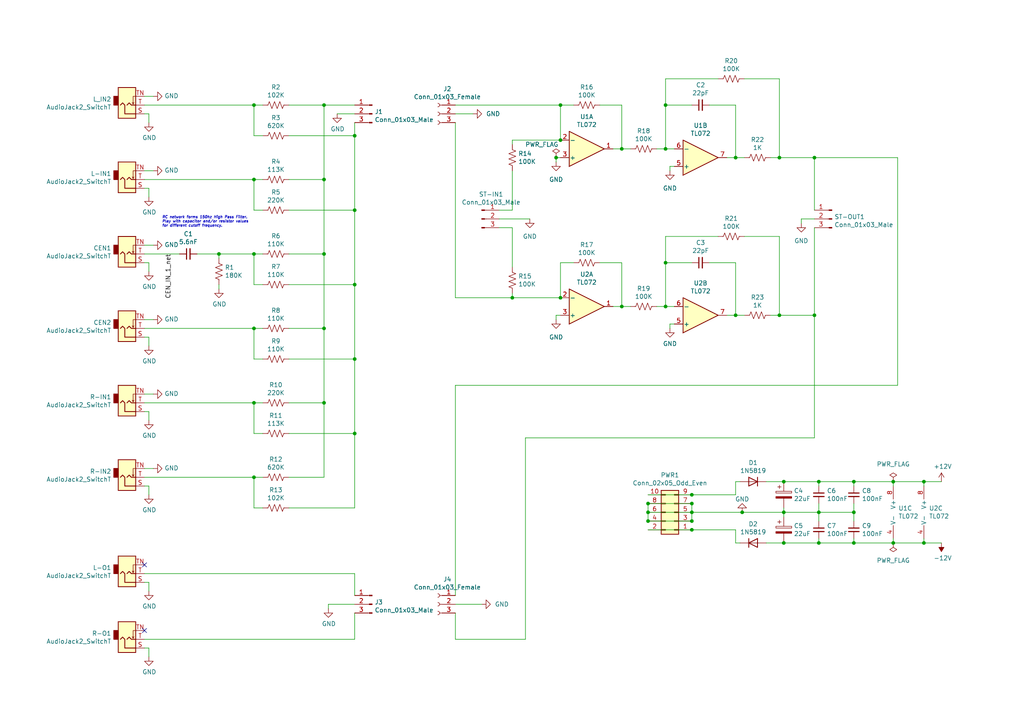
<source format=kicad_sch>
(kicad_sch (version 20231120) (generator "eeschema") (generator_version "8.0")
  (paper "A4")
  (title_block (title "${product}") (date "2024-10-23") (rev "${revision}") (company "${company}") (comment 1 "(derived from mixor image, inspired by nearness mixer)") (comment 2 "CONSTANT POWER PANNING (-35, -15, 0, 15, 35)"))
  (lib_symbols
    (symbol "Amplifier_Operational:TL072" (pin_names (offset 0.127))
      (property "Reference" "U" (at 0 5.08 0))
      (property "Value" "TL072" (at 0 -5.08 0))
      (symbol "TL072_1_1"
        (polyline (pts (xy -5.08 5.08) (xy 5.08 0) (xy -5.08 -5.08) (xy -5.08 5.08)) (stroke (width 0.254)) (fill (type background)))
        (pin output line (at 7.62 0 180) (length 2.54) (name "~") (number "1"))
        (pin input line (at -7.62 -2.54 0) (length 2.54) (name "-") (number "2"))
        (pin input line (at -7.62 2.54 0) (length 2.54) (name "+") (number "3"))
      )
      (symbol "TL072_2_1"
        (polyline (pts (xy -5.08 5.08) (xy 5.08 0) (xy -5.08 -5.08) (xy -5.08 5.08)) (stroke (width 0.254)) (fill (type background)))
        (pin input line (at -7.62 2.54 0) (length 2.54) (name "+") (number "5"))
        (pin input line (at -7.62 -2.54 0) (length 2.54) (name "-") (number "6"))
        (pin output line (at 7.62 0 180) (length 2.54) (name "~") (number "7"))
      )
      (symbol "TL072_3_1"
        (pin power_in line (at -2.54 -7.62 90) (length 3.81) (name "V-") (number "4"))
        (pin power_in line (at -2.54 7.62 270) (length 3.81) (name "V+") (number "8"))
      )
    )
    (symbol "Connector:Conn_01x03_Pin" (pin_names (offset 1.016) hide)
      (property "Reference" "J" (at 0 5.08 0))
      (property "Value" "Conn_01x03_Pin" (at 0 -5.08 0))
      (symbol "Conn_01x03_Pin_1_1"
        (polyline (pts (xy 1.27 -2.54) (xy 0.8636 -2.54)) (stroke (width 0.1524)))
        (polyline (pts (xy 1.27 0) (xy 0.8636 0)) (stroke (width 0.1524)))
        (polyline (pts (xy 1.27 2.54) (xy 0.8636 2.54)) (stroke (width 0.1524)))
        (rectangle (start 0.8636 -2.413) (end 0 -2.667) (stroke (width 0.1524)) (fill (type outline)))
        (rectangle (start 0.8636 0.127) (end 0 -0.127) (stroke (width 0.1524)) (fill (type outline)))
        (rectangle (start 0.8636 2.667) (end 0 2.413) (stroke (width 0.1524)) (fill (type outline)))
        (pin passive line (at 5.08 2.54 180) (length 3.81) (name "Pin_1") (number "1"))
        (pin passive line (at 5.08 0 180) (length 3.81) (name "Pin_2") (number "2"))
        (pin passive line (at 5.08 -2.54 180) (length 3.81) (name "Pin_3") (number "3"))
      )
    )
    (symbol "Connector:Conn_01x03_Socket" (pin_names (offset 1.016) hide)
      (property "Reference" "J" (at 0 5.08 0))
      (property "Value" "Conn_01x03_Socket" (at 0 -5.08 0))
      (symbol "Conn_01x03_Socket_1_1"
        (arc (start 0 -2.032) (mid -0.5058 -2.54) (end 0 -3.048) (stroke (width 0.1524)))
        (polyline (pts (xy -1.27 -2.54) (xy -0.508 -2.54)) (stroke (width 0.1524)))
        (polyline (pts (xy -1.27 0) (xy -0.508 0)) (stroke (width 0.1524)))
        (polyline (pts (xy -1.27 2.54) (xy -0.508 2.54)) (stroke (width 0.1524)))
        (arc (start 0 0.508) (mid -0.5058 0) (end 0 -0.508) (stroke (width 0.1524)))
        (arc (start 0 3.048) (mid -0.5058 2.54) (end 0 2.032) (stroke (width 0.1524)))
        (pin passive line (at -5.08 2.54 0) (length 3.81) (name "Pin_1") (number "1"))
        (pin passive line (at -5.08 0 0) (length 3.81) (name "Pin_2") (number "2"))
        (pin passive line (at -5.08 -2.54 0) (length 3.81) (name "Pin_3") (number "3"))
      )
    )
    (symbol "Connector_Audio:AudioJack2_SwitchT"
      (property "Reference" "J" (at 0 8.89 0))
      (property "Value" "AudioJack2_SwitchT" (at 0 6.35 0))
      (symbol "AudioJack2_SwitchT_0_1"
        (rectangle (start -2.54 0) (end -3.81 -2.54) (stroke (width 0.254)) (fill (type outline)))
        (polyline (pts (xy 1.778 -0.254) (xy 2.032 -0.762)))
        (polyline (pts (xy 0 0) (xy 0.635 -0.635) (xy 1.27 0) (xy 2.54 0)) (stroke (width 0.254)))
        (polyline (pts (xy 2.54 -2.54) (xy 1.778 -2.54) (xy 1.778 -0.254) (xy 1.524 -0.762)))
        (polyline (pts (xy 2.54 2.54) (xy -0.635 2.54) (xy -0.635 0) (xy -1.27 -0.635) (xy -1.905 0)) (stroke (width 0.254)))
        (rectangle (start 2.54 3.81) (end -2.54 -5.08) (stroke (width 0.254)) (fill (type background)))
      )
      (symbol "AudioJack2_SwitchT_1_1"
        (pin passive line (at 5.08 2.54 180) (length 2.54) (name "~") (number "S"))
        (pin passive line (at 5.08 0 180) (length 2.54) (name "~") (number "T"))
        (pin passive line (at 5.08 -2.54 180) (length 2.54) (name "~") (number "TN"))
      )
    )
    (symbol "Connector_Generic:Conn_02x05_Odd_Even" (pin_names (offset 1.016) hide)
      (property "Reference" "J" (at 1.27 7.62 0))
      (property "Value" "Conn_02x05_Odd_Even" (at 1.27 -7.62 0))
      (symbol "Conn_02x05_Odd_Even_1_1"
        (rectangle (start -1.27 -4.953) (end 0 -5.207) (stroke (width 0.1524)))
        (rectangle (start -1.27 -2.413) (end 0 -2.667) (stroke (width 0.1524)))
        (rectangle (start -1.27 0.127) (end 0 -0.127) (stroke (width 0.1524)))
        (rectangle (start -1.27 2.667) (end 0 2.413) (stroke (width 0.1524)))
        (rectangle (start -1.27 5.207) (end 0 4.953) (stroke (width 0.1524)))
        (rectangle (start -1.27 6.35) (end 3.81 -6.35) (stroke (width 0.254)) (fill (type background)))
        (rectangle (start 3.81 -4.953) (end 2.54 -5.207) (stroke (width 0.1524)))
        (rectangle (start 3.81 -2.413) (end 2.54 -2.667) (stroke (width 0.1524)))
        (rectangle (start 3.81 0.127) (end 2.54 -0.127) (stroke (width 0.1524)))
        (rectangle (start 3.81 2.667) (end 2.54 2.413) (stroke (width 0.1524)))
        (rectangle (start 3.81 5.207) (end 2.54 4.953) (stroke (width 0.1524)))
        (pin passive line (at -5.08 5.08 0) (length 3.81) (name "Pin_1") (number "1"))
        (pin passive line (at 7.62 -5.08 180) (length 3.81) (name "Pin_10") (number "10"))
        (pin passive line (at 7.62 5.08 180) (length 3.81) (name "Pin_2") (number "2"))
        (pin passive line (at -5.08 2.54 0) (length 3.81) (name "Pin_3") (number "3"))
        (pin passive line (at 7.62 2.54 180) (length 3.81) (name "Pin_4") (number "4"))
        (pin passive line (at -5.08 0 0) (length 3.81) (name "Pin_5") (number "5"))
        (pin passive line (at 7.62 0 180) (length 3.81) (name "Pin_6") (number "6"))
        (pin passive line (at -5.08 -2.54 0) (length 3.81) (name "Pin_7") (number "7"))
        (pin passive line (at 7.62 -2.54 180) (length 3.81) (name "Pin_8") (number "8"))
        (pin passive line (at -5.08 -5.08 0) (length 3.81) (name "Pin_9") (number "9"))
      )
    )
    (symbol "Device:C_Polarized" (pin_numbers hide) (pin_names (offset 0.254))
      (property "Reference" "C" (at 0.635 2.54 0))
      (property "Value" "C_Polarized" (at 0.635 -2.54 0))
      (symbol "C_Polarized_0_1"
        (rectangle (start -2.286 0.508) (end 2.286 1.016))
        (polyline (pts (xy -1.778 2.286) (xy -0.762 2.286)))
        (polyline (pts (xy -1.27 2.794) (xy -1.27 1.778)))
        (rectangle (start 2.286 -0.508) (end -2.286 -1.016) (fill (type outline)))
      )
      (symbol "C_Polarized_1_1"
        (pin passive line (at 0 3.81 270) (length 2.794) (name "~") (number "1"))
        (pin passive line (at 0 -3.81 90) (length 2.794) (name "~") (number "2"))
      )
    )
    (symbol "Device:C_Small" (pin_numbers hide) (pin_names (offset 0.254) hide)
      (property "Reference" "C" (at 0.254 1.778 0))
      (property "Value" "C_Small" (at 0.254 -2.032 0))
      (symbol "C_Small_0_1"
        (polyline (pts (xy -1.524 -0.508) (xy 1.524 -0.508)) (stroke (width 0.3302)))
        (polyline (pts (xy -1.524 0.508) (xy 1.524 0.508)) (stroke (width 0.3048)))
      )
      (symbol "C_Small_1_1"
        (pin passive line (at 0 2.54 270) (length 2.032) (name "~") (number "1"))
        (pin passive line (at 0 -2.54 90) (length 2.032) (name "~") (number "2"))
      )
    )
    (symbol "Device:D" (pin_numbers hide) (pin_names (offset 1.016) hide)
      (property "Reference" "D" (at 0 2.54 0))
      (property "Value" "D" (at 0 -2.54 0))
      (symbol "D_0_1"
        (polyline (pts (xy -1.27 1.27) (xy -1.27 -1.27)) (stroke (width 0.254)))
        (polyline (pts (xy 1.27 0) (xy -1.27 0)))
        (polyline (pts (xy 1.27 1.27) (xy 1.27 -1.27) (xy -1.27 0) (xy 1.27 1.27)) (stroke (width 0.254)))
      )
      (symbol "D_1_1"
        (pin passive line (at -3.81 0 0) (length 2.54) (name "K") (number "1"))
        (pin passive line (at 3.81 0 180) (length 2.54) (name "A") (number "2"))
      )
    )
    (symbol "Device:R_US" (pin_numbers hide) (pin_names (offset 0))
      (property "Reference" "R" (at 2.54 0 90))
      (property "Value" "R_US" (at -2.54 0 90))
      (symbol "R_US_0_1"
        (polyline (pts (xy 0 -2.286) (xy 0 -2.54)))
        (polyline (pts (xy 0 2.286) (xy 0 2.54)))
        (polyline (pts (xy 0 -0.762) (xy 1.016 -1.143) (xy 0 -1.524) (xy -1.016 -1.905) (xy 0 -2.286)))
        (polyline (pts (xy 0 0.762) (xy 1.016 0.381) (xy 0 0) (xy -1.016 -0.381) (xy 0 -0.762)))
        (polyline (pts (xy 0 2.286) (xy 1.016 1.905) (xy 0 1.524) (xy -1.016 1.143) (xy 0 0.762)))
      )
      (symbol "R_US_1_1"
        (pin passive line (at 0 3.81 270) (length 1.27) (name "~") (number "1"))
        (pin passive line (at 0 -3.81 90) (length 1.27) (name "~") (number "2"))
      )
    )
    (symbol "PCM_4ms_Power-symbol:PWR_FLAG" (power) (pin_numbers hide) (pin_names (offset 0) hide)
      (property "Value" "PWR_FLAG" (at 0 3.81 0))
      (symbol "PWR_FLAG_0_0"
        (pin power_out line (at 0 0 90) (length 0) (name "pwr") (number "1"))
      )
      (symbol "PWR_FLAG_0_1"
        (polyline (pts (xy 0 0) (xy 0 1.27) (xy -1.016 1.905) (xy 0 2.54) (xy 1.016 1.905) (xy 0 1.27)))
      )
    )
    (symbol "power:+12V" (power) (pin_names (offset 0))
      (property "Value" "+12V" (at 0 3.556 0))
      (symbol "+12V_0_1"
        (polyline (pts (xy -0.762 1.27) (xy 0 2.54)))
        (polyline (pts (xy 0 0) (xy 0 2.54)))
        (polyline (pts (xy 0 2.54) (xy 0.762 1.27)))
      )
      (symbol "+12V_1_1"
        (pin power_in line (at 0 0 90) (length 0) hide (name "+12V") (number "1"))
      )
    )
    (symbol "power:-12V" (power) (pin_names (offset 0))
      (property "Value" "-12V" (at 0 3.81 0))
      (symbol "-12V_0_0"
        (pin power_in line (at 0 0 90) (length 0) hide (name "-12V") (number "1"))
      )
      (symbol "-12V_0_1"
        (polyline (pts (xy 0 0) (xy 0 1.27) (xy 0.762 1.27) (xy 0 2.54) (xy -0.762 1.27) (xy 0 1.27)) (fill (type outline)))
      )
    )
    (symbol "power:GND" (power) (pin_names (offset 0))
      (property "Value" "GND" (at 0 -3.81 0))
      (symbol "GND_0_1"
        (polyline (pts (xy 0 0) (xy 0 -1.27) (xy 1.27 -1.27) (xy 0 -2.54) (xy -1.27 -1.27) (xy 0 -1.27)))
      )
      (symbol "GND_1_1"
        (pin power_in line (at 0 0 270) (length 0) hide (name "GND") (number "1"))
      )
    )
    (symbol "power:GND2" (power) (pin_names (offset 0))
      (property "Value" "GND2" (at 0 -3.81 0))
      (symbol "GND2_0_1"
        (polyline (pts (xy 0 0) (xy 0 -1.27) (xy 1.27 -1.27) (xy 0 -2.54) (xy -1.27 -1.27) (xy 0 -1.27)))
      )
      (symbol "GND2_1_1"
        (pin power_in line (at 0 0 270) (length 0) hide (name "GND2") (number "1"))
      )
    )
  )
  (junction (at 213.36 45.72))
  (junction (at 162.56 30.48))
  (junction (at 193.04 30.48))
  (junction (at 102.87 60.96))
  (junction (at 227.33 148.59))
  (junction (at 93.98 52.07))
  (junction (at 215.265 148.59))
  (junction (at 102.87 39.37))
  (junction (at 162.56 40.64))
  (junction (at 259.08 157.48))
  (junction (at 237.49 139.7))
  (junction (at 180.34 43.18))
  (junction (at 200.66 148.59))
  (junction (at 259.08 139.7))
  (junction (at 193.04 88.9))
  (junction (at 73.66 116.84))
  (junction (at 63.5 73.66))
  (junction (at 227.33 157.48))
  (junction (at 247.65 139.7))
  (junction (at 247.65 157.48))
  (junction (at 162.56 86.36))
  (junction (at 73.66 138.43))
  (junction (at 187.96 151.13))
  (junction (at 226.06 91.44))
  (junction (at 236.22 91.44))
  (junction (at 193.04 76.2))
  (junction (at 200.66 146.05))
  (junction (at 200.66 143.51))
  (junction (at 73.66 73.66))
  (junction (at 180.34 88.9))
  (junction (at 102.87 104.14))
  (junction (at 200.66 151.13))
  (junction (at 73.66 52.07))
  (junction (at 193.04 43.18))
  (junction (at 187.96 146.05))
  (junction (at 267.97 157.48))
  (junction (at 237.49 157.48))
  (junction (at 102.87 82.55))
  (junction (at 102.87 125.73))
  (junction (at 267.97 139.7))
  (junction (at 227.33 139.7))
  (junction (at 187.96 148.59))
  (junction (at 73.66 95.25))
  (junction (at 148.59 86.36))
  (junction (at 236.22 45.72))
  (junction (at 93.98 95.25))
  (junction (at 161.29 45.72))
  (junction (at 237.49 148.59))
  (junction (at 93.98 116.84))
  (junction (at 93.98 73.66))
  (junction (at 247.65 148.59))
  (junction (at 200.66 153.67))
  (junction (at 226.06 45.72))
  (junction (at 93.98 30.48))
  (junction (at 213.36 91.44))
  (junction (at 73.66 30.48))
  (no_connect (at 41.91 182.88))
  (no_connect (at 41.91 163.83))
  (wire (pts (xy 83.82 125.73) (xy 102.87 125.73)))
  (wire (pts (xy 41.91 185.42) (xy 102.87 185.42)))
  (wire (pts (xy 57.15 73.66) (xy 63.5 73.66)))
  (wire (pts (xy 132.08 111.76) (xy 260.35 111.76)))
  (wire (pts (xy 83.82 82.55) (xy 102.87 82.55)))
  (wire (pts (xy 144.78 66.04) (xy 148.59 66.04)))
  (wire (pts (xy 180.34 30.48) (xy 180.34 43.18)))
  (wire (pts (xy 193.04 88.9) (xy 195.58 88.9)))
  (wire (pts (xy 226.06 22.86) (xy 215.9 22.86)))
  (wire (pts (xy 76.2 39.37) (xy 73.66 39.37)))
  (wire (pts (xy 162.56 30.48) (xy 162.56 40.64)))
  (wire (pts (xy 187.96 146.05) (xy 200.66 146.05)))
  (wire (pts (xy 223.52 45.72) (xy 226.06 45.72)))
  (wire (pts (xy 73.66 60.96) (xy 73.66 52.07)))
  (wire (pts (xy 73.66 82.55) (xy 73.66 73.66)))
  (wire (pts (xy 200.66 148.59) (xy 215.265 148.59)))
  (wire (pts (xy 102.87 147.32) (xy 102.87 125.73)))
  (wire (pts (xy 214.63 157.48) (xy 213.36 157.48)))
  (wire (pts (xy 215.9 45.72) (xy 213.36 45.72)))
  (wire (pts (xy 41.91 33.02) (xy 43.18 33.02)))
  (wire (pts (xy 83.82 73.66) (xy 93.98 73.66)))
  (wire (pts (xy 227.33 148.59) (xy 227.33 147.32)))
  (wire (pts (xy 83.82 116.84) (xy 93.98 116.84)))
  (wire (pts (xy 237.49 156.21) (xy 237.49 157.48)))
  (wire (pts (xy 237.49 146.05) (xy 237.49 148.59)))
  (wire (pts (xy 83.82 95.25) (xy 93.98 95.25)))
  (wire (pts (xy 102.87 104.14) (xy 102.87 82.55)))
  (wire (pts (xy 210.82 91.44) (xy 213.36 91.44)))
  (wire (pts (xy 43.18 119.38) (xy 43.18 121.92)))
  (wire (pts (xy 102.87 60.96) (xy 102.87 39.37)))
  (wire (pts (xy 236.22 91.44) (xy 236.22 127)))
  (wire (pts (xy 173.99 76.2) (xy 180.34 76.2)))
  (wire (pts (xy 226.06 45.72) (xy 226.06 22.86)))
  (wire (pts (xy 43.18 54.61) (xy 43.18 57.15)))
  (wire (pts (xy 148.59 60.96) (xy 144.78 60.96)))
  (wire (pts (xy 43.18 33.02) (xy 43.18 35.56)))
  (wire (pts (xy 213.36 30.48) (xy 205.74 30.48)))
  (wire (pts (xy 173.99 30.48) (xy 180.34 30.48)))
  (wire (pts (xy 43.18 97.79) (xy 43.18 100.33)))
  (wire (pts (xy 247.65 148.59) (xy 247.65 151.13)))
  (wire (pts (xy 194.31 49.53) (xy 194.31 48.26)))
  (wire (pts (xy 194.31 95.25) (xy 194.31 93.98)))
  (wire (pts (xy 132.08 172.72) (xy 132.08 111.76)))
  (wire (pts (xy 102.87 166.37) (xy 102.87 172.72)))
  (wire (pts (xy 132.08 35.56) (xy 132.08 86.36)))
  (wire (pts (xy 193.04 76.2) (xy 193.04 88.9)))
  (wire (pts (xy 210.82 45.72) (xy 213.36 45.72)))
  (wire (pts (xy 41.91 138.43) (xy 73.66 138.43)))
  (wire (pts (xy 222.25 139.7) (xy 227.33 139.7)))
  (wire (pts (xy 73.66 116.84) (xy 76.2 116.84)))
  (wire (pts (xy 237.49 157.48) (xy 247.65 157.48)))
  (wire (pts (xy 148.59 86.36) (xy 148.59 85.09)))
  (wire (pts (xy 247.65 139.7) (xy 259.08 139.7)))
  (wire (pts (xy 267.97 157.48) (xy 267.97 156.21)))
  (wire (pts (xy 259.08 157.48) (xy 267.97 157.48)))
  (wire (pts (xy 208.28 68.58) (xy 193.04 68.58)))
  (wire (pts (xy 73.66 147.32) (xy 73.66 138.43)))
  (wire (pts (xy 152.4 127) (xy 152.4 185.42)))
  (wire (pts (xy 162.56 45.72) (xy 161.29 45.72)))
  (wire (pts (xy 161.29 45.72) (xy 161.29 46.99)))
  (wire (pts (xy 41.91 116.84) (xy 73.66 116.84)))
  (wire (pts (xy 148.59 41.91) (xy 148.59 40.64)))
  (wire (pts (xy 187.96 146.05) (xy 187.96 148.59)))
  (wire (pts (xy 213.36 45.72) (xy 213.36 30.48)))
  (wire (pts (xy 162.56 91.44) (xy 161.29 91.44)))
  (wire (pts (xy 73.66 52.07) (xy 76.2 52.07)))
  (wire (pts (xy 193.04 68.58) (xy 193.04 76.2)))
  (wire (pts (xy 213.36 91.44) (xy 213.36 76.2)))
  (wire (pts (xy 43.18 187.96) (xy 43.18 190.5)))
  (wire (pts (xy 247.65 156.21) (xy 247.65 157.48)))
  (wire (pts (xy 213.36 153.67) (xy 200.66 153.67)))
  (wire (pts (xy 226.06 91.44) (xy 223.52 91.44)))
  (wire (pts (xy 180.34 76.2) (xy 180.34 88.9)))
  (wire (pts (xy 193.04 43.18) (xy 195.58 43.18)))
  (wire (pts (xy 166.37 30.48) (xy 162.56 30.48)))
  (wire (pts (xy 236.22 66.04) (xy 236.22 91.44)))
  (wire (pts (xy 213.36 139.7) (xy 213.36 143.51)))
  (wire (pts (xy 227.33 157.48) (xy 237.49 157.48)))
  (wire (pts (xy 41.91 187.96) (xy 43.18 187.96)))
  (wire (pts (xy 76.2 82.55) (xy 73.66 82.55)))
  (wire (pts (xy 259.08 156.21) (xy 259.08 157.48)))
  (wire (pts (xy 187.96 148.59) (xy 200.66 148.59)))
  (wire (pts (xy 193.04 30.48) (xy 193.04 43.18)))
  (wire (pts (xy 76.2 104.14) (xy 73.66 104.14)))
  (wire (pts (xy 83.82 30.48) (xy 93.98 30.48)))
  (wire (pts (xy 215.265 148.59) (xy 227.33 148.59)))
  (wire (pts (xy 41.91 140.97) (xy 43.18 140.97)))
  (wire (pts (xy 44.45 92.71) (xy 41.91 92.71)))
  (wire (pts (xy 41.91 54.61) (xy 43.18 54.61)))
  (wire (pts (xy 148.59 49.53) (xy 148.59 60.96)))
  (wire (pts (xy 132.08 86.36) (xy 148.59 86.36)))
  (wire (pts (xy 93.98 116.84) (xy 93.98 95.25)))
  (wire (pts (xy 44.45 27.94) (xy 41.91 27.94)))
  (wire (pts (xy 236.22 45.72) (xy 226.06 45.72)))
  (wire (pts (xy 63.5 82.55) (xy 63.5 83.82)))
  (wire (pts (xy 83.82 104.14) (xy 102.87 104.14)))
  (wire (pts (xy 76.2 147.32) (xy 73.66 147.32)))
  (wire (pts (xy 73.66 30.48) (xy 76.2 30.48)))
  (wire (pts (xy 132.08 185.42) (xy 132.08 177.8)))
  (wire (pts (xy 273.05 139.7) (xy 267.97 139.7)))
  (wire (pts (xy 236.22 63.5) (xy 232.41 63.5)))
  (wire (pts (xy 187.96 151.13) (xy 187.96 148.59)))
  (wire (pts (xy 152.4 185.42) (xy 132.08 185.42)))
  (wire (pts (xy 41.91 52.07) (xy 73.66 52.07)))
  (wire (pts (xy 267.97 139.7) (xy 267.97 140.97)))
  (wire (pts (xy 236.22 127) (xy 152.4 127)))
  (wire (pts (xy 93.98 73.66) (xy 93.98 52.07)))
  (wire (pts (xy 260.35 111.76) (xy 260.35 45.72)))
  (wire (pts (xy 73.66 104.14) (xy 73.66 95.25)))
  (wire (pts (xy 43.18 140.97) (xy 43.18 143.51)))
  (wire (pts (xy 95.25 175.26) (xy 95.25 176.53)))
  (wire (pts (xy 41.91 76.2) (xy 43.18 76.2)))
  (wire (pts (xy 41.91 97.79) (xy 43.18 97.79)))
  (wire (pts (xy 41.91 168.91) (xy 43.18 168.91)))
  (wire (pts (xy 259.08 140.97) (xy 259.08 139.7)))
  (wire (pts (xy 200.66 151.13) (xy 200.66 148.59)))
  (wire (pts (xy 132.08 33.02) (xy 137.16 33.02)))
  (wire (pts (xy 93.98 95.25) (xy 93.98 73.66)))
  (wire (pts (xy 43.18 168.91) (xy 43.18 171.45)))
  (wire (pts (xy 200.66 146.05) (xy 200.66 148.59)))
  (wire (pts (xy 236.22 91.44) (xy 226.06 91.44)))
  (wire (pts (xy 273.05 157.48) (xy 267.97 157.48)))
  (wire (pts (xy 148.59 66.04) (xy 148.59 77.47)))
  (wire (pts (xy 187.96 151.13) (xy 200.66 151.13)))
  (wire (pts (xy 102.87 33.02) (xy 97.79 33.02)))
  (wire (pts (xy 41.91 119.38) (xy 43.18 119.38)))
  (wire (pts (xy 41.91 30.48) (xy 73.66 30.48)))
  (wire (pts (xy 194.31 93.98) (xy 195.58 93.98)))
  (wire (pts (xy 162.56 86.36) (xy 148.59 86.36)))
  (wire (pts (xy 162.56 76.2) (xy 162.56 86.36)))
  (wire (pts (xy 83.82 60.96) (xy 102.87 60.96)))
  (wire (pts (xy 236.22 60.96) (xy 236.22 45.72)))
  (wire (pts (xy 166.37 76.2) (xy 162.56 76.2)))
  (wire (pts (xy 227.33 149.86) (xy 227.33 148.59)))
  (wire (pts (xy 161.29 91.44) (xy 161.29 92.71)))
  (wire (pts (xy 73.66 125.73) (xy 73.66 116.84)))
  (wire (pts (xy 187.96 143.51) (xy 200.66 143.51)))
  (wire (pts (xy 208.28 22.86) (xy 193.04 22.86)))
  (wire (pts (xy 227.33 148.59) (xy 237.49 148.59)))
  (wire (pts (xy 190.5 88.9) (xy 193.04 88.9)))
  (wire (pts (xy 139.7 175.26) (xy 132.08 175.26)))
  (wire (pts (xy 237.49 139.7) (xy 247.65 139.7)))
  (wire (pts (xy 144.78 63.5) (xy 153.67 63.5)))
  (wire (pts (xy 213.36 157.48) (xy 213.36 153.67)))
  (wire (pts (xy 213.36 76.2) (xy 205.74 76.2)))
  (wire (pts (xy 63.5 74.93) (xy 63.5 73.66)))
  (wire (pts (xy 132.08 30.48) (xy 162.56 30.48)))
  (wire (pts (xy 222.25 157.48) (xy 227.33 157.48)))
  (wire (pts (xy 83.82 52.07) (xy 93.98 52.07)))
  (wire (pts (xy 44.45 49.53) (xy 41.91 49.53)))
  (wire (pts (xy 83.82 39.37) (xy 102.87 39.37)))
  (wire (pts (xy 200.66 30.48) (xy 193.04 30.48)))
  (wire (pts (xy 226.06 68.58) (xy 226.06 91.44)))
  (wire (pts (xy 102.87 175.26) (xy 95.25 175.26)))
  (wire (pts (xy 93.98 30.48) (xy 102.87 30.48)))
  (wire (pts (xy 76.2 125.73) (xy 73.66 125.73)))
  (wire (pts (xy 200.66 76.2) (xy 193.04 76.2)))
  (wire (pts (xy 193.04 22.86) (xy 193.04 30.48)))
  (wire (pts (xy 83.82 147.32) (xy 102.87 147.32)))
  (wire (pts (xy 43.18 76.2) (xy 43.18 78.74)))
  (wire (pts (xy 247.65 140.97) (xy 247.65 139.7)))
  (wire (pts (xy 247.65 148.59) (xy 237.49 148.59)))
  (wire (pts (xy 44.45 135.89) (xy 41.91 135.89)))
  (wire (pts (xy 93.98 138.43) (xy 93.98 116.84)))
  (wire (pts (xy 41.91 166.37) (xy 102.87 166.37)))
  (wire (pts (xy 227.33 139.7) (xy 237.49 139.7)))
  (wire (pts (xy 83.82 138.43) (xy 93.98 138.43)))
  (wire (pts (xy 213.36 143.51) (xy 200.66 143.51)))
  (wire (pts (xy 76.2 73.66) (xy 73.66 73.66)))
  (wire (pts (xy 194.31 48.26) (xy 195.58 48.26)))
  (wire (pts (xy 180.34 88.9) (xy 177.8 88.9)))
  (wire (pts (xy 247.65 146.05) (xy 247.65 148.59)))
  (wire (pts (xy 260.35 45.72) (xy 236.22 45.72)))
  (wire (pts (xy 76.2 60.96) (xy 73.66 60.96)))
  (wire (pts (xy 259.08 139.7) (xy 267.97 139.7)))
  (wire (pts (xy 187.96 153.67) (xy 200.66 153.67)))
  (wire (pts (xy 73.66 95.25) (xy 76.2 95.25)))
  (wire (pts (xy 41.91 73.66) (xy 52.07 73.66)))
  (wire (pts (xy 247.65 157.48) (xy 259.08 157.48)))
  (wire (pts (xy 63.5 73.66) (xy 73.66 73.66)))
  (wire (pts (xy 232.41 63.5) (xy 232.41 64.77)))
  (wire (pts (xy 41.91 95.25) (xy 73.66 95.25)))
  (wire (pts (xy 102.87 82.55) (xy 102.87 60.96)))
  (wire (pts (xy 190.5 43.18) (xy 193.04 43.18)))
  (wire (pts (xy 182.88 88.9) (xy 180.34 88.9)))
  (wire (pts (xy 93.98 52.07) (xy 93.98 30.48)))
  (wire (pts (xy 177.8 43.18) (xy 180.34 43.18)))
  (wire (pts (xy 148.59 40.64) (xy 162.56 40.64)))
  (wire (pts (xy 215.9 91.44) (xy 213.36 91.44)))
  (wire (pts (xy 215.9 68.58) (xy 226.06 68.58)))
  (wire (pts (xy 44.45 114.3) (xy 41.91 114.3)))
  (wire (pts (xy 73.66 39.37) (xy 73.66 30.48)))
  (wire (pts (xy 237.49 148.59) (xy 237.49 151.13)))
  (wire (pts (xy 237.49 140.97) (xy 237.49 139.7)))
  (wire (pts (xy 214.63 139.7) (xy 213.36 139.7)))
  (wire (pts (xy 102.87 125.73) (xy 102.87 104.14)))
  (wire (pts (xy 102.87 39.37) (xy 102.87 35.56)))
  (wire (pts (xy 180.34 43.18) (xy 182.88 43.18)))
  (wire (pts (xy 44.45 71.12) (xy 41.91 71.12)))
  (wire (pts (xy 102.87 185.42) (xy 102.87 177.8)))
  (wire (pts (xy 73.66 138.43) (xy 76.2 138.43)))
  (text "RC network forms 150hz High Pass Filter.\nPlay with capacitor and/or resistor values\nfor different cutoff frequency." (at 46.99 66.04 0) (effects (font (size 0.762 0.762) (italic yes)) (justify left bottom)))
  (label "CEN_IN_1_net" (at 49.8475 73.66 270))
  (symbol (lib_id "Connector_Audio:AudioJack2_SwitchT") (at 36.83 30.48 0) (mirror x) (unit 1)
    (property "Reference" "L_IN2" (at 32.2834 28.7782 0) (effects (justify right)))
    (property "Value" "AudioJack2_SwitchT" (at 32.2834 31.0896 0) (effects (justify right)))
    (property "Footprint" "Audio Jacks:Jack_3.5mm_QingPu_WQP-PJ398SM_Vertical" (effects (hide yes)))
  )
  (symbol (lib_id "Connector_Audio:AudioJack2_SwitchT") (at 36.83 52.07 0) (mirror x) (unit 1)
    (property "Reference" "L-IN1" (at 32.2834 50.3682 0) (effects (justify right)))
    (property "Value" "AudioJack2_SwitchT" (at 32.2834 52.6796 0) (effects (justify right)))
    (property "Footprint" "Audio Jacks:Jack_3.5mm_QingPu_WQP-PJ398SM_Vertical" (effects (hide yes)))
  )
  (symbol (lib_id "Connector_Audio:AudioJack2_SwitchT") (at 36.83 73.66 0) (mirror x) (unit 1)
    (property "Reference" "CEN1" (at 32.2834 71.9582 0) (effects (justify right)))
    (property "Value" "AudioJack2_SwitchT" (at 32.2834 74.2696 0) (effects (justify right)))
    (property "Footprint" "Audio Jacks:Jack_3.5mm_QingPu_WQP-PJ398SM_Vertical" (effects (hide yes)))
  )
  (symbol (lib_id "Connector_Audio:AudioJack2_SwitchT") (at 36.83 95.25 0) (mirror x) (unit 1)
    (property "Reference" "CEN2" (at 32.2834 93.5482 0) (effects (justify right)))
    (property "Value" "AudioJack2_SwitchT" (at 32.2834 95.8596 0) (effects (justify right)))
    (property "Footprint" "Audio Jacks:Jack_3.5mm_QingPu_WQP-PJ398SM_Vertical" (effects (hide yes)))
  )
  (symbol (lib_id "Connector_Audio:AudioJack2_SwitchT") (at 36.83 116.84 0) (mirror x) (unit 1)
    (property "Reference" "R-IN1" (at 32.2834 115.1382 0) (effects (justify right)))
    (property "Value" "AudioJack2_SwitchT" (at 32.2834 117.4496 0) (effects (justify right)))
    (property "Footprint" "Audio Jacks:Jack_3.5mm_QingPu_WQP-PJ398SM_Vertical" (effects (hide yes)))
  )
  (symbol (lib_id "Connector_Audio:AudioJack2_SwitchT") (at 36.83 138.43 0) (mirror x) (unit 1)
    (property "Reference" "R-IN2" (at 32.2834 136.7282 0) (effects (justify right)))
    (property "Value" "AudioJack2_SwitchT" (at 32.2834 139.0396 0) (effects (justify right)))
    (property "Footprint" "Audio Jacks:Jack_3.5mm_QingPu_WQP-PJ398SM_Vertical" (effects (hide yes)))
  )
  (symbol (lib_id "Connector_Audio:AudioJack2_SwitchT") (at 36.83 166.37 0) (mirror x) (unit 1)
    (property "Reference" "L-O1" (at 32.2834 164.6682 0) (effects (justify right)))
    (property "Value" "AudioJack2_SwitchT" (at 32.2834 166.9796 0) (effects (justify right)))
    (property "Footprint" "Audio Jacks:Jack_3.5mm_QingPu_WQP-PJ398SM_Vertical" (effects (hide yes)))
  )
  (symbol (lib_id "Connector_Audio:AudioJack2_SwitchT") (at 36.83 185.42 0) (mirror x) (unit 1)
    (property "Reference" "R-O1" (at 32.2834 183.7182 0) (effects (justify right)))
    (property "Value" "AudioJack2_SwitchT" (at 32.2834 186.0296 0) (effects (justify right)))
    (property "Footprint" "Audio Jacks:Jack_3.5mm_QingPu_WQP-PJ398SM_Vertical" (effects (hide yes)))
  )
  (symbol (lib_id "power:GND") (at 43.18 35.56 0) (unit 1)
    (property "Reference" "#PWR0101" (effects (hide yes)))
    (property "Value" "GND" (at 43.307 39.9542 0))
  )
  (symbol (lib_id "power:GND") (at 43.18 57.15 0) (unit 1)
    (property "Reference" "#PWR0102" (effects (hide yes)))
    (property "Value" "GND" (at 43.307 61.5442 0))
  )
  (symbol (lib_id "power:GND") (at 43.18 78.74 0) (unit 1)
    (property "Reference" "#PWR0104" (effects (hide yes)))
    (property "Value" "GND" (at 43.307 83.1342 0))
  )
  (symbol (lib_id "power:GND") (at 43.18 100.33 0) (unit 1)
    (property "Reference" "#PWR0105" (effects (hide yes)))
    (property "Value" "GND" (at 43.307 104.7242 0))
  )
  (symbol (lib_id "power:GND") (at 43.18 121.92 0) (unit 1)
    (property "Reference" "#PWR0106" (effects (hide yes)))
    (property "Value" "GND" (at 43.307 126.3142 0))
  )
  (symbol (lib_id "power:GND") (at 43.18 143.51 0) (unit 1)
    (property "Reference" "#PWR0107" (effects (hide yes)))
    (property "Value" "GND" (at 43.307 147.9042 0))
  )
  (symbol (lib_id "Device:R_US") (at 63.5 78.74 0) (unit 1)
    (property "Reference" "R1" (at 65.2272 77.5716 0) (effects (justify left)))
    (property "Value" "180K" (at 65.2272 79.883 0) (effects (justify left)))
    (property "Footprint" "PCM_4ms_Resistor:R_1206_3216Metric" (effects (hide yes)))
  )
  (symbol (lib_id "power:GND") (at 63.5 83.82 0) (unit 1)
    (property "Reference" "#PWR0103" (effects (hide yes)))
    (property "Value" "GND" (at 63.627 88.2142 0))
  )
  (symbol (lib_id "Device:R_US") (at 80.01 73.66 90) (unit 1)
    (property "Reference" "R6" (at 80.01 68.453 90))
    (property "Value" "110K" (at 80.01 70.7644 90))
    (property "Footprint" "PCM_4ms_Resistor:R_1206_3216Metric" (effects (hide yes)))
  )
  (symbol (lib_id "Device:R_US") (at 80.01 82.55 90) (unit 1)
    (property "Reference" "R7" (at 80.01 77.343 90))
    (property "Value" "110K" (at 80.01 79.6544 90))
    (property "Footprint" "PCM_4ms_Resistor:R_1206_3216Metric" (effects (hide yes)))
  )
  (symbol (lib_id "Device:R_US") (at 80.01 95.25 90) (unit 1)
    (property "Reference" "R8" (at 80.01 90.043 90))
    (property "Value" "110K" (at 80.01 92.3544 90))
    (property "Footprint" "PCM_4ms_Resistor:R_1206_3216Metric" (effects (hide yes)))
  )
  (symbol (lib_id "Device:R_US") (at 80.01 104.14 90) (unit 1)
    (property "Reference" "R9" (at 80.01 98.933 90))
    (property "Value" "110K" (at 80.01 101.2444 90))
    (property "Footprint" "PCM_4ms_Resistor:R_1206_3216Metric" (effects (hide yes)))
  )
  (symbol (lib_id "Device:R_US") (at 80.01 116.84 90) (unit 1)
    (property "Reference" "R10" (at 80.01 111.633 90))
    (property "Value" "220K" (at 80.01 113.9444 90))
    (property "Footprint" "PCM_4ms_Resistor:R_1206_3216Metric" (effects (hide yes)))
  )
  (symbol (lib_id "Device:R_US") (at 80.01 125.73 90) (unit 1)
    (property "Reference" "R11" (at 80.01 120.523 90))
    (property "Value" "113K" (at 80.01 122.8344 90))
    (property "Footprint" "PCM_4ms_Resistor:R_1206_3216Metric" (effects (hide yes)))
  )
  (symbol (lib_id "Device:R_US") (at 80.01 138.43 90) (unit 1)
    (property "Reference" "R12" (at 80.01 133.223 90))
    (property "Value" "620K" (at 80.01 135.5344 90))
    (property "Footprint" "PCM_4ms_Resistor:R_1206_3216Metric" (effects (hide yes)))
  )
  (symbol (lib_id "Device:R_US") (at 80.01 147.32 90) (unit 1)
    (property "Reference" "R13" (at 80.01 142.113 90))
    (property "Value" "102K" (at 80.01 144.4244 90))
    (property "Footprint" "PCM_4ms_Resistor:R_1206_3216Metric" (effects (hide yes)))
  )
  (symbol (lib_id "Device:R_US") (at 80.01 52.07 90) (unit 1)
    (property "Reference" "R4" (at 80.01 46.863 90))
    (property "Value" "113K" (at 80.01 49.1744 90))
    (property "Footprint" "PCM_4ms_Resistor:R_1206_3216Metric" (effects (hide yes)))
  )
  (symbol (lib_id "Device:R_US") (at 80.01 60.96 90) (unit 1)
    (property "Reference" "R5" (at 80.01 55.753 90))
    (property "Value" "220K" (at 80.01 58.0644 90))
    (property "Footprint" "PCM_4ms_Resistor:R_1206_3216Metric" (effects (hide yes)))
  )
  (symbol (lib_id "Device:R_US") (at 80.01 30.48 90) (unit 1)
    (property "Reference" "R2" (at 80.01 25.273 90))
    (property "Value" "102K" (at 80.01 27.5844 90))
    (property "Footprint" "PCM_4ms_Resistor:R_1206_3216Metric" (effects (hide yes)))
  )
  (symbol (lib_id "Device:R_US") (at 80.01 39.37 90) (unit 1)
    (property "Reference" "R3" (at 80.01 34.163 90))
    (property "Value" "620K" (at 80.01 36.4744 90))
    (property "Footprint" "PCM_4ms_Resistor:R_1206_3216Metric" (effects (hide yes)))
  )
  (symbol (lib_id "power:GND") (at 97.79 33.02 0) (unit 1)
    (property "Reference" "#PWR0108" (effects (hide yes)))
    (property "Value" "GND" (at 97.917 37.4142 0))
  )
  (symbol (lib_id "power:GND") (at 43.18 171.45 0) (unit 1)
    (property "Reference" "#PWR0109" (effects (hide yes)))
    (property "Value" "GND" (at 43.307 175.8442 0))
  )
  (symbol (lib_id "power:GND") (at 43.18 190.5 0) (unit 1)
    (property "Reference" "#PWR0110" (effects (hide yes)))
    (property "Value" "GND" (at 43.307 194.8942 0))
  )
  (symbol (lib_id "power:GND") (at 95.25 176.53 0) (unit 1)
    (property "Reference" "#PWR0111" (effects (hide yes)))
    (property "Value" "GND" (at 95.377 180.9242 0))
  )
  (symbol (lib_id "Connector:Conn_01x03_Pin") (at 107.95 33.02 0) (mirror y) (unit 1)
    (property "Reference" "J1" (at 108.6612 32.4104 0) (effects (justify right)))
    (property "Value" "Conn_01x03_Male" (at 108.6612 34.7218 0) (effects (justify right)))
    (property "Footprint" "Connector_PinHeader_2.54mm:PinHeader_1x03_P2.54mm_Vertical" (effects (hide yes)))
  )
  (symbol (lib_id "Connector:Conn_01x03_Socket") (at 127 33.02 0) (mirror y) (unit 1)
    (property "Reference" "J2" (at 129.7432 25.781 0))
    (property "Value" "Conn_01x03_Female" (at 129.7432 28.0924 0))
    (property "Footprint" "Connector_PinSocket_2.54mm:PinSocket_1x03_P2.54mm_Vertical" (effects (hide yes)))
  )
  (symbol (lib_id "Connector:Conn_01x03_Pin") (at 107.95 175.26 0) (mirror y) (unit 1)
    (property "Reference" "J3" (at 108.6612 174.6504 0) (effects (justify right)))
    (property "Value" "Conn_01x03_Male" (at 108.6612 176.9618 0) (effects (justify right)))
    (property "Footprint" "Connector_PinHeader_2.54mm:PinHeader_1x03_P2.54mm_Vertical" (effects (hide yes)))
  )
  (symbol (lib_id "Connector:Conn_01x03_Socket") (at 127 175.26 0) (mirror y) (unit 1)
    (property "Reference" "J4" (at 129.7432 168.021 0))
    (property "Value" "Conn_01x03_Female" (at 129.7432 170.3324 0))
    (property "Footprint" "Connector_PinSocket_2.54mm:PinSocket_1x03_P2.54mm_Vertical" (effects (hide yes)))
  )
  (symbol (lib_id "Amplifier_Operational:TL072") (at 170.18 43.18 0) (mirror x) (unit 1)
    (property "Reference" "U1" (at 170.18 33.8582 0))
    (property "Value" "TL072" (at 170.18 36.1696 0))
    (property "Footprint" "PCM_Package_SO_AKL:SOIC-8_3.9x4.9mm_P1.27mm" (effects (hide yes)))
    (property "Datasheet" "http://www.ti.com/lit/ds/symlink/tl071.pdf" (effects (hide yes)))
  )
  (symbol (lib_id "Amplifier_Operational:TL072") (at 203.2 45.72 0) (mirror x) (unit 2)
    (property "Reference" "U1" (at 203.2 36.3982 0))
    (property "Value" "TL072" (at 203.2 38.7096 0))
    (property "Footprint" "PCM_Package_SO_AKL:SOIC-8_3.9x4.9mm_P1.27mm" (effects (hide yes)))
    (property "Datasheet" "http://www.ti.com/lit/ds/symlink/tl071.pdf" (effects (hide yes)))
  )
  (symbol (lib_id "Amplifier_Operational:TL072") (at 261.62 148.59 0) (unit 3)
    (property "Reference" "U1" (at 260.5532 147.4216 0) (effects (justify left)))
    (property "Value" "TL072" (at 260.5532 149.733 0) (effects (justify left)))
    (property "Footprint" "PCM_Package_SO_AKL:SOIC-8_3.9x4.9mm_P1.27mm" (effects (hide yes)))
    (property "Datasheet" "http://www.ti.com/lit/ds/symlink/tl071.pdf" (effects (hide yes)))
  )
  (symbol (lib_id "Amplifier_Operational:TL072") (at 170.18 88.9 0) (mirror x) (unit 1)
    (property "Reference" "U2" (at 170.18 79.5782 0))
    (property "Value" "TL072" (at 170.18 81.8896 0))
    (property "Footprint" "PCM_Package_SO_AKL:SOIC-8_3.9x4.9mm_P1.27mm" (effects (hide yes)))
    (property "Datasheet" "http://www.ti.com/lit/ds/symlink/tl071.pdf" (effects (hide yes)))
  )
  (symbol (lib_id "Amplifier_Operational:TL072") (at 203.2 91.44 0) (mirror x) (unit 2)
    (property "Reference" "U2" (at 203.2 82.1182 0))
    (property "Value" "TL072" (at 203.2 84.4296 0))
    (property "Footprint" "PCM_Package_SO_AKL:SOIC-8_3.9x4.9mm_P1.27mm" (effects (hide yes)))
    (property "Datasheet" "http://www.ti.com/lit/ds/symlink/tl071.pdf" (effects (hide yes)))
  )
  (symbol (lib_id "Amplifier_Operational:TL072") (at 270.51 148.59 0) (unit 3)
    (property "Reference" "U2" (at 269.4432 147.4216 0) (effects (justify left)))
    (property "Value" "TL072" (at 269.4432 149.733 0) (effects (justify left)))
    (property "Footprint" "PCM_Package_SO_AKL:SOIC-8_3.9x4.9mm_P1.27mm" (effects (hide yes)))
    (property "Datasheet" "http://www.ti.com/lit/ds/symlink/tl071.pdf" (effects (hide yes)))
  )
  (symbol (lib_id "Device:R_US") (at 186.69 43.18 90) (unit 1)
    (property "Reference" "R18" (at 186.69 37.973 90))
    (property "Value" "100K" (at 186.69 40.2844 90))
    (property "Footprint" "PCM_4ms_Resistor:R_1206_3216Metric" (effects (hide yes)))
  )
  (symbol (lib_id "Device:R_US") (at 170.18 30.48 90) (unit 1)
    (property "Reference" "R16" (at 170.18 25.273 90))
    (property "Value" "100K" (at 170.18 27.5844 90))
    (property "Footprint" "PCM_4ms_Resistor:R_1206_3216Metric" (effects (hide yes)))
  )
  (symbol (lib_id "Device:R_US") (at 212.09 22.86 90) (unit 1)
    (property "Reference" "R20" (at 212.09 17.653 90))
    (property "Value" "100K" (at 212.09 19.9644 90))
    (property "Footprint" "PCM_4ms_Resistor:R_1206_3216Metric" (effects (hide yes)))
  )
  (symbol (lib_id "Device:R_US") (at 219.71 45.72 90) (unit 1)
    (property "Reference" "R22" (at 219.71 40.513 90))
    (property "Value" "1K" (at 219.71 42.8244 90))
    (property "Footprint" "PCM_4ms_Resistor:R_1206_3216Metric" (effects (hide yes)))
  )
  (symbol (lib_id "Device:C_Small") (at 203.2 30.48 90) (unit 1)
    (property "Reference" "C2" (at 203.2 24.6634 90))
    (property "Value" "22pF" (at 203.2 26.9748 90))
    (property "Footprint" "Capacitor_SMD:C_1206_3216Metric" (effects (hide yes)))
  )
  (symbol (lib_id "Device:C_Small") (at 54.61 73.66 90) (unit 1)
    (property "Reference" "C1" (at 54.61 67.8434 90))
    (property "Value" "5.6nF" (at 54.61 70.1548 90))
    (property "Footprint" "Capacitor_SMD:C_1206_3216Metric" (effects (hide yes)))
  )
  (symbol (lib_id "Connector:Conn_01x03_Pin") (at 139.7 63.5 0) (unit 1)
    (property "Reference" "ST-IN1" (at 142.4432 56.3626 0))
    (property "Value" "Conn_01x03_Male" (at 142.4432 58.674 0))
    (property "Footprint" "Connector:FanPinHeader_1x03_P2.54mm_Vertical" (effects (hide yes)))
  )
  (symbol (lib_id "Device:R_US") (at 148.59 45.72 0) (unit 1)
    (property "Reference" "R14" (at 150.3172 44.5516 0) (effects (justify left)))
    (property "Value" "100K" (at 150.3172 46.863 0) (effects (justify left)))
    (property "Footprint" "PCM_4ms_Resistor:R_1206_3216Metric" (effects (hide yes)))
  )
  (symbol (lib_id "Device:R_US") (at 148.59 81.28 0) (unit 1)
    (property "Reference" "R15" (at 150.3172 80.1116 0) (effects (justify left)))
    (property "Value" "100K" (at 150.3172 82.423 0) (effects (justify left)))
    (property "Footprint" "PCM_4ms_Resistor:R_1206_3216Metric" (effects (hide yes)))
  )
  (symbol (lib_id "Device:R_US") (at 186.69 88.9 90) (unit 1)
    (property "Reference" "R19" (at 186.69 83.693 90))
    (property "Value" "100K" (at 186.69 86.0044 90))
    (property "Footprint" "PCM_4ms_Resistor:R_1206_3216Metric" (effects (hide yes)))
  )
  (symbol (lib_id "Device:R_US") (at 170.18 76.2 90) (unit 1)
    (property "Reference" "R17" (at 170.18 70.993 90))
    (property "Value" "100K" (at 170.18 73.3044 90))
    (property "Footprint" "PCM_4ms_Resistor:R_1206_3216Metric" (effects (hide yes)))
  )
  (symbol (lib_id "Device:R_US") (at 212.09 68.58 90) (unit 1)
    (property "Reference" "R21" (at 212.09 63.373 90))
    (property "Value" "100K" (at 212.09 65.6844 90))
    (property "Footprint" "PCM_4ms_Resistor:R_1206_3216Metric" (effects (hide yes)))
  )
  (symbol (lib_id "Device:C_Small") (at 203.2 76.2 90) (unit 1)
    (property "Reference" "C3" (at 203.2 70.3834 90))
    (property "Value" "22pF" (at 203.2 72.6948 90))
    (property "Footprint" "Capacitor_SMD:C_1206_3216Metric" (effects (hide yes)))
  )
  (symbol (lib_id "Device:R_US") (at 219.71 91.44 90) (unit 1)
    (property "Reference" "R23" (at 219.71 86.233 90))
    (property "Value" "1K" (at 219.71 88.5444 90))
    (property "Footprint" "PCM_4ms_Resistor:R_1206_3216Metric" (effects (hide yes)))
  )
  (symbol (lib_id "Connector:Conn_01x03_Pin") (at 241.3 63.5 0) (mirror y) (unit 1)
    (property "Reference" "ST-OUT1" (at 242.0112 62.8904 0) (effects (justify right)))
    (property "Value" "Conn_01x03_Male" (at 242.0112 65.2018 0) (effects (justify right)))
    (property "Footprint" "Connector:FanPinHeader_1x03_P2.54mm_Vertical" (effects (hide yes)))
  )
  (symbol (lib_id "Connector_Generic:Conn_02x05_Odd_Even") (at 195.58 148.59 180) (unit 1)
    (property "Reference" "PWR1" (at 194.31 137.795 0))
    (property "Value" "Conn_02x05_Odd_Even" (at 194.31 140.1064 0))
    (property "Footprint" "Connector_PinHeader_2.54mm:PinHeader_2x05_P2.54mm_Vertical" (effects (hide yes)))
  )
  (symbol (lib_id "power:GND") (at 215.265 148.59 180) (unit 1)
    (property "Reference" "#PWR0120" (effects (hide yes)))
    (property "Value" "GND" (at 215.265 144.78 0))
  )
  (symbol (lib_id "Device:D") (at 218.44 157.48 0) (unit 1)
    (property "Reference" "D2" (at 218.44 151.9936 0))
    (property "Value" "1N5819" (at 218.44 154.305 0))
    (property "Footprint" "Diode_SMD:D_SOD-123F" (effects (hide yes)))
  )
  (symbol (lib_id "Device:D") (at 218.44 139.7 0) (mirror y) (unit 1)
    (property "Reference" "D1" (at 218.44 134.2136 0))
    (property "Value" "1N5819" (at 218.44 136.525 0))
    (property "Footprint" "Diode_SMD:D_SOD-123F" (effects (hide yes)))
  )
  (symbol (lib_id "Device:C_Polarized") (at 227.33 143.51 0) (unit 1)
    (property "Reference" "C4" (at 230.251 142.3416 0) (effects (justify left)))
    (property "Value" "22uF" (at 230.251 144.653 0) (effects (justify left)))
    (property "Footprint" "Capacitor_SMD:CP_Elec_3x5.3" (effects (hide yes)))
  )
  (symbol (lib_id "Device:C_Polarized") (at 227.33 153.67 0) (unit 1)
    (property "Reference" "C5" (at 230.251 152.5016 0) (effects (justify left)))
    (property "Value" "22uF" (at 230.251 154.813 0) (effects (justify left)))
    (property "Footprint" "Capacitor_SMD:CP_Elec_3x5.3" (effects (hide yes)))
  )
  (symbol (lib_id "Device:C_Small") (at 237.49 143.51 0) (unit 1)
    (property "Reference" "C6" (at 239.8268 142.3416 0) (effects (justify left)))
    (property "Value" "100nF" (at 239.8268 144.653 0) (effects (justify left)))
    (property "Footprint" "Capacitor_SMD:C_1206_3216Metric" (effects (hide yes)))
  )
  (symbol (lib_id "Device:C_Small") (at 237.49 153.67 0) (unit 1)
    (property "Reference" "C7" (at 239.8268 152.5016 0) (effects (justify left)))
    (property "Value" "100nF" (at 239.8268 154.813 0) (effects (justify left)))
    (property "Footprint" "Capacitor_SMD:C_1206_3216Metric" (effects (hide yes)))
  )
  (symbol (lib_id "Device:C_Small") (at 247.65 143.51 0) (unit 1)
    (property "Reference" "C8" (at 249.9868 142.3416 0) (effects (justify left)))
    (property "Value" "100nF" (at 249.9868 144.653 0) (effects (justify left)))
    (property "Footprint" "Capacitor_SMD:C_1206_3216Metric" (effects (hide yes)))
  )
  (symbol (lib_id "Device:C_Small") (at 247.65 153.67 0) (unit 1)
    (property "Reference" "C9" (at 249.9868 152.5016 0) (effects (justify left)))
    (property "Value" "100nF" (at 249.9868 154.813 0) (effects (justify left)))
    (property "Footprint" "Capacitor_SMD:C_1206_3216Metric" (effects (hide yes)))
  )
  (symbol (lib_id "power:+12V") (at 273.05 139.7 0) (unit 1)
    (property "Reference" "#PWR0121" (effects (hide yes)))
    (property "Value" "+12V" (at 273.431 135.3058 0))
  )
  (symbol (lib_id "power:-12V") (at 273.05 157.48 0) (mirror x) (unit 1)
    (property "Reference" "#PWR0122" (effects (hide yes)))
    (property "Value" "-12V" (at 273.431 161.8742 0))
  )
  (symbol (lib_id "power:GND") (at 44.45 27.94 90) (unit 1)
    (property "Reference" "#PWR0124" (effects (hide yes)))
    (property "Value" "GND" (at 47.7012 27.813 90) (effects (justify right)))
  )
  (symbol (lib_id "power:GND") (at 44.45 49.53 90) (unit 1)
    (property "Reference" "#PWR0123" (effects (hide yes)))
    (property "Value" "GND" (at 47.7012 49.403 90) (effects (justify right)))
  )
  (symbol (lib_id "power:GND") (at 44.45 71.12 90) (unit 1)
    (property "Reference" "#PWR0125" (effects (hide yes)))
    (property "Value" "GND" (at 47.7012 70.993 90) (effects (justify right)))
  )
  (symbol (lib_id "power:GND") (at 44.45 92.71 90) (unit 1)
    (property "Reference" "#PWR0126" (effects (hide yes)))
    (property "Value" "GND" (at 47.7012 92.583 90) (effects (justify right)))
  )
  (symbol (lib_id "power:GND") (at 44.45 114.3 90) (unit 1)
    (property "Reference" "#PWR0127" (effects (hide yes)))
    (property "Value" "GND" (at 47.7012 114.173 90) (effects (justify right)))
  )
  (symbol (lib_id "power:GND") (at 44.45 135.89 90) (unit 1)
    (property "Reference" "#PWR0128" (effects (hide yes)))
    (property "Value" "GND" (at 47.7012 135.763 90) (effects (justify right)))
  )
  (symbol (lib_id "PCM_4ms_Power-symbol:PWR_FLAG") (at 259.08 157.48 180) (unit 1)
    (property "Reference" "#FLG03" (effects (hide yes)))
    (property "Value" "PWR_FLAG" (at 259.08 162.56 0))
  )
  (symbol (lib_id "power:GND2") (at 232.41 64.77 0) (unit 1)
    (property "Reference" "#PWR06" (effects (hide yes)))
    (property "Value" "GND" (at 232.41 69.85 0))
  )
  (symbol (lib_id "power:GND2") (at 137.16 33.02 90) (unit 1)
    (property "Reference" "#PWR03" (effects (hide yes)))
    (property "Value" "GND" (at 140.97 33.02 90) (effects (justify right)))
  )
  (symbol (lib_id "PCM_4ms_Power-symbol:PWR_FLAG") (at 259.08 139.7 0) (unit 1)
    (property "Reference" "#FLG02" (effects (hide yes)))
    (property "Value" "PWR_FLAG" (at 259.08 134.62 0))
  )
  (symbol (lib_id "power:GND2") (at 194.31 49.53 0) (unit 1)
    (property "Reference" "#PWR05" (effects (hide yes)))
    (property "Value" "GND" (at 194.31 54.61 0))
  )
  (symbol (lib_id "PCM_4ms_Power-symbol:PWR_FLAG") (at 161.29 45.72 0) (unit 1)
    (property "Reference" "#FLG01" (effects (hide yes)))
    (property "Value" "PWR_FLAG" (at 157.1625 41.91 0))
  )
  (symbol (lib_id "power:GND2") (at 139.7 175.26 90) (unit 1)
    (property "Reference" "#PWR02" (effects (hide yes)))
    (property "Value" "GND" (at 143.51 175.26 90) (effects (justify right)))
  )
  (symbol (lib_id "power:GND2") (at 194.31 95.25 0) (unit 1)
    (property "Reference" "#PWR09" (effects (hide yes)))
    (property "Value" "GND" (at 194.31 99.695 0))
  )
  (symbol (lib_id "power:GND2") (at 153.67 63.5 0) (unit 1)
    (property "Reference" "#PWR07" (effects (hide yes)))
    (property "Value" "GND" (at 153.67 68.58 0))
  )
  (symbol (lib_id "power:GND2") (at 161.29 46.99 0) (unit 1)
    (property "Reference" "#PWR04" (effects (hide yes)))
    (property "Value" "GND" (at 161.29 52.07 0))
  )
  (symbol (lib_id "power:GND2") (at 161.29 92.71 0) (unit 1)
    (property "Reference" "#PWR08" (effects (hide yes)))
    (property "Value" "GND" (at 161.29 97.79 0))
  )
)
</source>
